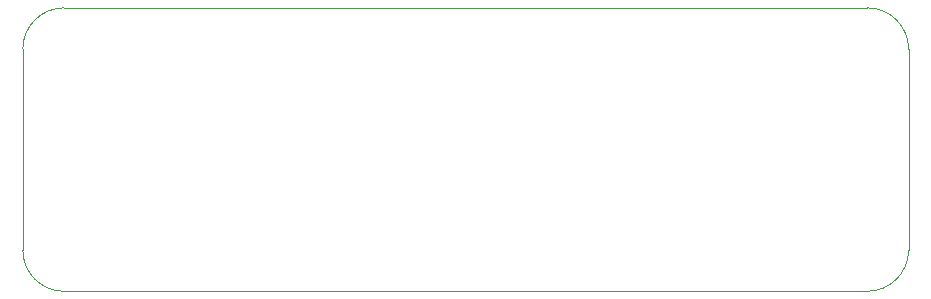
<source format=gbr>
%TF.GenerationSoftware,KiCad,Pcbnew,7.0.4*%
%TF.CreationDate,2023-05-28T10:47:35+02:00*%
%TF.ProjectId,saw_carrier,7361775f-6361-4727-9269-65722e6b6963,rev?*%
%TF.SameCoordinates,Original*%
%TF.FileFunction,Profile,NP*%
%FSLAX46Y46*%
G04 Gerber Fmt 4.6, Leading zero omitted, Abs format (unit mm)*
G04 Created by KiCad (PCBNEW 7.0.4) date 2023-05-28 10:47:35*
%MOMM*%
%LPD*%
G01*
G04 APERTURE LIST*
%TA.AperFunction,Profile*%
%ADD10C,0.100000*%
%TD*%
G04 APERTURE END LIST*
D10*
X112500000Y-75500000D02*
G75*
G03*
X116000000Y-79000000I3500000J0D01*
G01*
X116000000Y-55000000D02*
G75*
G03*
X112500000Y-58500000I0J-3500000D01*
G01*
X184000000Y-79000000D02*
G75*
G03*
X187500000Y-75500000I0J3500000D01*
G01*
X187500000Y-58500000D02*
G75*
G03*
X184000000Y-55000000I-3500000J0D01*
G01*
X112500000Y-75500000D02*
X112500000Y-58500000D01*
X116000000Y-79000000D02*
X184000000Y-79000000D01*
X116000000Y-55000000D02*
X184000000Y-55000000D01*
X187500000Y-58500000D02*
X187500000Y-75500000D01*
M02*

</source>
